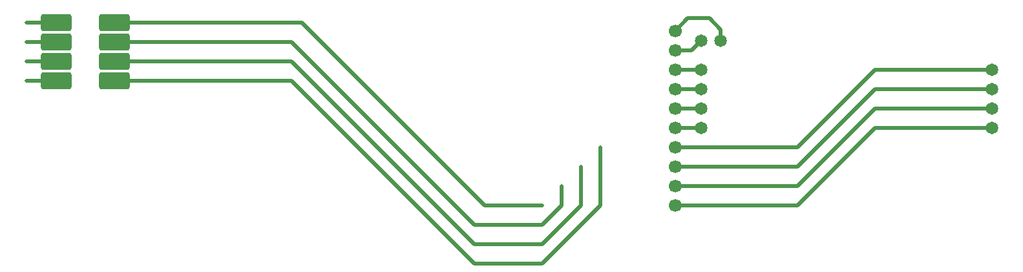
<source format=gtl>
%FSLAX46Y46*%
%MOMM*%
%ADD10C,0.500000*%
%AMPS14*
1,1,1.650000,0.000000,0.000000*
%
%ADD14PS14*%
%AMPS13*
1,1,1.700000,0.000000,0.000000*
%
%ADD13PS13*%
%AMPS15*
1,1,0.500000,0.000000,0.000000*
%
%ADD15PS15*%
%AMPS12*
1,1,0.500000,1.750000,0.850000*
1,1,0.500000,-1.750000,-0.850000*
1,1,0.500000,-1.750000,0.850000*
21,1,2.200000,3.500000,0.000000,0.000000,90.000000*
21,1,1.700000,4.000000,0.000000,0.000000,90.000000*
1,1,0.500000,1.750000,-0.850000*
%
%ADD12PS12*%
%AMPS11*
1,1,0.500000,-1.750000,-0.850000*
1,1,0.500000,1.750000,0.850000*
1,1,0.500000,1.750000,-0.850000*
21,1,2.200000,3.500000,0.000000,0.000000,270.000000*
21,1,1.700000,4.000000,0.000000,0.000000,270.000000*
1,1,0.500000,-1.750000,0.850000*
%
%ADD11PS11*%
G01*
%LPD*%
G01*
%LPD*%
D10*
X54000000Y7500000D02*
X55490000Y6010000D01*
D10*
X49500000Y-17040000D02*
X65500000Y-17040000D01*
D10*
X23180000Y-24660000D02*
X32070000Y-24660000D01*
D10*
X-31550000Y-710000D02*
X-35500000Y-710000D01*
D10*
X-31550000Y1830000D02*
X-35500000Y1830000D01*
D10*
X65500000Y-11960000D02*
X49500000Y-11960000D01*
D10*
X590000Y6910000D02*
X-23930000Y6910000D01*
D10*
X51680000Y3280000D02*
X52950000Y4550000D01*
D10*
X75660000Y-6880000D02*
X91050000Y-6880000D01*
D10*
X75660000Y-4340000D02*
X91050000Y-4340000D01*
D10*
X32070000Y-22120000D02*
X37150000Y-17040000D01*
D10*
X91050000Y-1800000D02*
X75660000Y-1800000D01*
D10*
X49500000Y5820000D02*
X51180000Y7500000D01*
D10*
X34610000Y-14500000D02*
X34610000Y-17040000D01*
D10*
X34610000Y-17040000D02*
X32070000Y-19580000D01*
D10*
X51180000Y7500000D02*
X54000000Y7500000D01*
D10*
X52950000Y-4340000D02*
X49500000Y-4340000D01*
D10*
X23180000Y-19580000D02*
X-770000Y4370000D01*
D10*
X49500000Y-1800000D02*
X52950000Y-1800000D01*
D10*
X49500000Y3280000D02*
X51680000Y3280000D01*
D10*
X49500000Y-6880000D02*
X52950000Y-6880000D01*
D10*
X-23930000Y1830000D02*
X-770000Y1830000D01*
D10*
X32070000Y-17040000D02*
X24540000Y-17040000D01*
D10*
X24540000Y-17040000D02*
X590000Y6910000D01*
D10*
X75660000Y-1800000D02*
X65500000Y-11960000D01*
D10*
X-31550000Y4370000D02*
X-35500000Y4370000D01*
D10*
X55490000Y6010000D02*
X55490000Y4550000D01*
D10*
X32070000Y-19580000D02*
X23180000Y-19580000D01*
D10*
X52950000Y740000D02*
X49500000Y740000D01*
D10*
X32070000Y-24660000D02*
X39690000Y-17040000D01*
D10*
X-770000Y1830000D02*
X23180000Y-22120000D01*
D10*
X65500000Y-9420000D02*
X75660000Y740000D01*
D10*
X-770000Y-710000D02*
X23180000Y-24660000D01*
D10*
X-770000Y4370000D02*
X-23930000Y4370000D01*
D10*
X37150000Y-17040000D02*
X37150000Y-11960000D01*
D10*
X39690000Y-17040000D02*
X39690000Y-9420000D01*
D10*
X-31550000Y6910000D02*
X-35500000Y6910000D01*
D10*
X-23930000Y-710000D02*
X-770000Y-710000D01*
D10*
X75660000Y740000D02*
X91050000Y740000D01*
D10*
X49500000Y-14500000D02*
X65500000Y-14500000D01*
D10*
X65500000Y-14500000D02*
X75660000Y-4340000D01*
D10*
X65500000Y-17040000D02*
X75660000Y-6880000D01*
D10*
X23180000Y-22120000D02*
X32070000Y-22120000D01*
D10*
X49500000Y-9420000D02*
X65500000Y-9420000D01*
G75*
D11*
X-31550000Y6910000D03*
D11*
X-31550000Y-710000D03*
D12*
X-23930000Y4370000D03*
D11*
X-31550000Y4370000D03*
D12*
X-23930000Y6910000D03*
D12*
X-23930000Y-710000D03*
D11*
X-31550000Y1830000D03*
D12*
X-23930000Y1830000D03*
D13*
X49500000Y-1800000D03*
D13*
X49500000Y-9420000D03*
D13*
X49500000Y-17040000D03*
D13*
X49500000Y5820000D03*
D13*
X49500000Y3280000D03*
D13*
X49500000Y-4340000D03*
D13*
X49500000Y-14500000D03*
D13*
X49500000Y-11960000D03*
D13*
X49500000Y740000D03*
D13*
X49500000Y-6880000D03*
D14*
X91050000Y-6880000D03*
D14*
X91050000Y-1800000D03*
D14*
X55490000Y4550000D03*
D14*
X52950000Y740000D03*
D14*
X52950000Y4550000D03*
D14*
X91050000Y740000D03*
D14*
X91050000Y-4340000D03*
D14*
X52950000Y-1800000D03*
D14*
X52950000Y-4340000D03*
D14*
X52950000Y-6880000D03*
D15*
X-35500000Y-710000D03*
D15*
X34610000Y-14500000D03*
D15*
X-35500000Y4370000D03*
D15*
X39690000Y-9420000D03*
D15*
X-35500000Y6910000D03*
D15*
X32070000Y-17040000D03*
D15*
X37150000Y-11960000D03*
D15*
X-35500000Y1830000D03*
M02*

</source>
